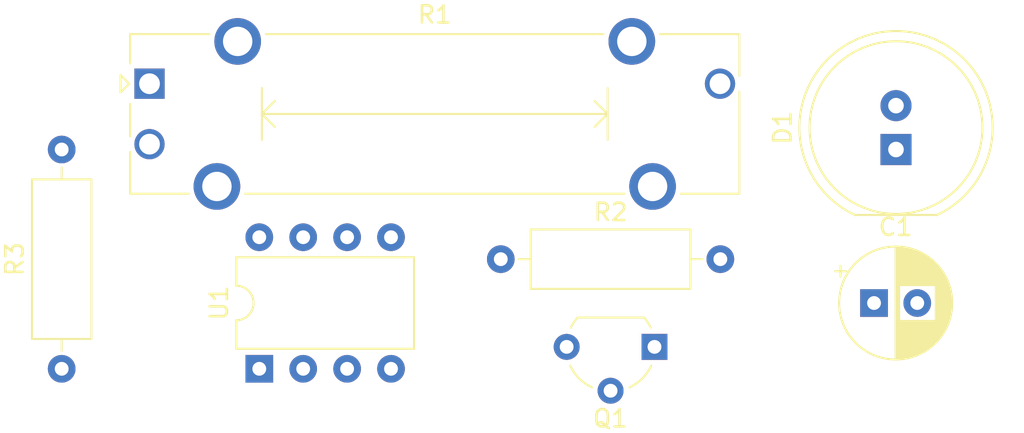
<source format=kicad_pcb>
(kicad_pcb (version 20171130) (host pcbnew 5.1.10)

  (general
    (thickness 1.6)
    (drawings 0)
    (tracks 0)
    (zones 0)
    (modules 7)
    (nets 11)
  )

  (page A4)
  (layers
    (0 F.Cu signal)
    (31 B.Cu signal)
    (32 B.Adhes user)
    (33 F.Adhes user)
    (34 B.Paste user)
    (35 F.Paste user)
    (36 B.SilkS user)
    (37 F.SilkS user)
    (38 B.Mask user)
    (39 F.Mask user)
    (40 Dwgs.User user)
    (41 Cmts.User user)
    (42 Eco1.User user)
    (43 Eco2.User user)
    (44 Edge.Cuts user)
    (45 Margin user)
    (46 B.CrtYd user)
    (47 F.CrtYd user)
    (48 B.Fab user)
    (49 F.Fab user)
  )

  (setup
    (last_trace_width 0.25)
    (trace_clearance 0.2)
    (zone_clearance 0.508)
    (zone_45_only no)
    (trace_min 0.2)
    (via_size 0.8)
    (via_drill 0.4)
    (via_min_size 0.4)
    (via_min_drill 0.3)
    (uvia_size 0.3)
    (uvia_drill 0.1)
    (uvias_allowed no)
    (uvia_min_size 0.2)
    (uvia_min_drill 0.1)
    (edge_width 0.05)
    (segment_width 0.2)
    (pcb_text_width 0.3)
    (pcb_text_size 1.5 1.5)
    (mod_edge_width 0.12)
    (mod_text_size 1 1)
    (mod_text_width 0.15)
    (pad_size 1.524 1.524)
    (pad_drill 0.762)
    (pad_to_mask_clearance 0)
    (aux_axis_origin 0 0)
    (visible_elements FFFFFF7F)
    (pcbplotparams
      (layerselection 0x010fc_ffffffff)
      (usegerberextensions false)
      (usegerberattributes true)
      (usegerberadvancedattributes true)
      (creategerberjobfile true)
      (excludeedgelayer true)
      (linewidth 0.100000)
      (plotframeref false)
      (viasonmask false)
      (mode 1)
      (useauxorigin false)
      (hpglpennumber 1)
      (hpglpenspeed 20)
      (hpglpendiameter 15.000000)
      (psnegative false)
      (psa4output false)
      (plotreference true)
      (plotvalue true)
      (plotinvisibletext false)
      (padsonsilk false)
      (subtractmaskfromsilk false)
      (outputformat 1)
      (mirror false)
      (drillshape 1)
      (scaleselection 1)
      (outputdirectory ""))
  )

  (net 0 "")
  (net 1 GND)
  (net 2 "Net-(C1-Pad1)")
  (net 3 "Net-(D1-Pad2)")
  (net 4 "Net-(Q1-Pad3)")
  (net 5 +5V)
  (net 6 "Net-(R1-Pad2)")
  (net 7 "Net-(R1-Pad1)")
  (net 8 "Net-(U1-Pad7)")
  (net 9 "Net-(U1-Pad5)")
  (net 10 "Net-(R1-Pad3)")

  (net_class Default "This is the default net class."
    (clearance 0.2)
    (trace_width 0.25)
    (via_dia 0.8)
    (via_drill 0.4)
    (uvia_dia 0.3)
    (uvia_drill 0.1)
    (add_net +5V)
    (add_net GND)
    (add_net "Net-(C1-Pad1)")
    (add_net "Net-(D1-Pad2)")
    (add_net "Net-(Q1-Pad3)")
    (add_net "Net-(R1-Pad1)")
    (add_net "Net-(R1-Pad2)")
    (add_net "Net-(R1-Pad3)")
    (add_net "Net-(U1-Pad5)")
    (add_net "Net-(U1-Pad7)")
  )

  (module Potentiometer_THT:Potentiometer_Bourns_PTA2043_Single_Slide (layer F.Cu) (tedit 5B92F08E) (tstamp 613CAB73)
    (at 73.66 69.85)
    (descr "Bourns single-gang slide potentiometer, 20.0mm travel, https://www.bourns.com/docs/Product-Datasheets/pta.pdf")
    (tags "Bourns single-gang slide potentiometer 20.0mm")
    (path /61405DDB)
    (fp_text reference R1 (at 16.5 -4) (layer F.SilkS)
      (effects (font (size 1 1) (thickness 0.15)))
    )
    (fp_text value R_POT_US (at 16.5 7.5) (layer F.Fab)
      (effects (font (size 1 1) (thickness 0.15)))
    )
    (fp_line (start 34.5 -3.25) (end -1.5 -3.25) (layer F.CrtYd) (width 0.05))
    (fp_line (start 34.5 6.75) (end 34.5 -3.25) (layer F.CrtYd) (width 0.05))
    (fp_line (start -1.5 6.75) (end 34.5 6.75) (layer F.CrtYd) (width 0.05))
    (fp_line (start -1.5 -3.25) (end -1.5 6.75) (layer F.CrtYd) (width 0.05))
    (fp_line (start 26.5 1.75) (end 25.75 2.5) (layer F.SilkS) (width 0.12))
    (fp_line (start 25.75 1) (end 26.5 1.75) (layer F.SilkS) (width 0.12))
    (fp_line (start 26.5 0.25) (end 26.5 3.25) (layer F.SilkS) (width 0.12))
    (fp_line (start 6.5 1.75) (end 7.25 2.5) (layer F.SilkS) (width 0.12))
    (fp_line (start 7.25 1) (end 6.5 1.75) (layer F.SilkS) (width 0.12))
    (fp_line (start 6.5 0.25) (end 6.5 3.25) (layer F.SilkS) (width 0.12))
    (fp_line (start 6.5 1.75) (end 26.5 1.75) (layer F.SilkS) (width 0.12))
    (fp_line (start -1.675 0.5) (end -1.175 0) (layer F.SilkS) (width 0.12))
    (fp_line (start -1.675 -0.5) (end -1.675 0.5) (layer F.SilkS) (width 0.12))
    (fp_line (start -1.175 0) (end -1.675 -0.5) (layer F.SilkS) (width 0.12))
    (fp_line (start 34.12 0.456) (end 34.12 6.37) (layer F.SilkS) (width 0.12))
    (fp_line (start 34.12 -2.87) (end 34.12 -0.456) (layer F.SilkS) (width 0.12))
    (fp_line (start -1.12 3.956) (end -1.12 6.37) (layer F.SilkS) (width 0.12))
    (fp_line (start -1.12 1.175) (end -1.12 3.045) (layer F.SilkS) (width 0.12))
    (fp_line (start -1.12 -2.87) (end -1.12 -1.175) (layer F.SilkS) (width 0.12))
    (fp_line (start 30.736 6.37) (end 34.12 6.37) (layer F.SilkS) (width 0.12))
    (fp_line (start 5.536 6.37) (end 27.465 6.37) (layer F.SilkS) (width 0.12))
    (fp_line (start -1.12 6.37) (end 2.265 6.37) (layer F.SilkS) (width 0.12))
    (fp_line (start 29.536 -2.87) (end 34.12 -2.87) (layer F.SilkS) (width 0.12))
    (fp_line (start 6.736 -2.87) (end 26.265 -2.87) (layer F.SilkS) (width 0.12))
    (fp_line (start -1.12 -2.87) (end 3.465 -2.87) (layer F.SilkS) (width 0.12))
    (fp_line (start -1 -1.75) (end 0 -2.75) (layer F.Fab) (width 0.1))
    (fp_line (start -1 6.25) (end -1 -1.75) (layer F.Fab) (width 0.1))
    (fp_line (start 34 6.25) (end -1 6.25) (layer F.Fab) (width 0.1))
    (fp_line (start 34 -2.75) (end 34 6.25) (layer F.Fab) (width 0.1))
    (fp_line (start 0 -2.75) (end 34 -2.75) (layer F.Fab) (width 0.1))
    (fp_circle (center 32 1.75) (end 33 1.75) (layer F.Fab) (width 0.1))
    (fp_circle (center 1 1.75) (end 2 1.75) (layer F.Fab) (width 0.1))
    (fp_text user %R (at 16.5 1.75) (layer F.Fab)
      (effects (font (size 1 1) (thickness 0.15)))
    )
    (pad MP thru_hole circle (at 29.1 5.95) (size 2.7 2.7) (drill 1.7) (layers *.Cu *.Mask))
    (pad MP thru_hole circle (at 3.9 5.95) (size 2.7 2.7) (drill 1.7) (layers *.Cu *.Mask))
    (pad MP thru_hole circle (at 27.9 -2.45) (size 2.7 2.7) (drill 1.7) (layers *.Cu *.Mask))
    (pad MP thru_hole circle (at 5.1 -2.45) (size 2.7 2.7) (drill 1.7) (layers *.Cu *.Mask))
    (pad 3 thru_hole circle (at 33 0) (size 1.75 1.75) (drill 1.2) (layers *.Cu *.Mask)
      (net 10 "Net-(R1-Pad3)"))
    (pad 2 thru_hole circle (at 0 3.5) (size 1.75 1.75) (drill 1.2) (layers *.Cu *.Mask)
      (net 6 "Net-(R1-Pad2)"))
    (pad 1 thru_hole rect (at 0 0) (size 1.75 1.75) (drill 1.2) (layers *.Cu *.Mask)
      (net 7 "Net-(R1-Pad1)"))
    (model ${KISYS3DMOD}/Potentiometer_THT.3dshapes/Potentiometer_Bourns_PTA2043_Single_Slide.wrl
      (at (xyz 0 0 0))
      (scale (xyz 1 1 1))
      (rotate (xyz 0 0 0))
    )
  )

  (module Package_DIP:DIP-8_W7.62mm (layer F.Cu) (tedit 5A02E8C5) (tstamp 613CA04D)
    (at 80.01 86.36 90)
    (descr "8-lead though-hole mounted DIP package, row spacing 7.62 mm (300 mils)")
    (tags "THT DIP DIL PDIP 2.54mm 7.62mm 300mil")
    (path /613BE1A0)
    (fp_text reference U1 (at 3.81 -2.33 90) (layer F.SilkS)
      (effects (font (size 1 1) (thickness 0.15)))
    )
    (fp_text value LMC555xN (at 3.81 9.95 90) (layer F.Fab)
      (effects (font (size 1 1) (thickness 0.15)))
    )
    (fp_line (start 8.7 -1.55) (end -1.1 -1.55) (layer F.CrtYd) (width 0.05))
    (fp_line (start 8.7 9.15) (end 8.7 -1.55) (layer F.CrtYd) (width 0.05))
    (fp_line (start -1.1 9.15) (end 8.7 9.15) (layer F.CrtYd) (width 0.05))
    (fp_line (start -1.1 -1.55) (end -1.1 9.15) (layer F.CrtYd) (width 0.05))
    (fp_line (start 6.46 -1.33) (end 4.81 -1.33) (layer F.SilkS) (width 0.12))
    (fp_line (start 6.46 8.95) (end 6.46 -1.33) (layer F.SilkS) (width 0.12))
    (fp_line (start 1.16 8.95) (end 6.46 8.95) (layer F.SilkS) (width 0.12))
    (fp_line (start 1.16 -1.33) (end 1.16 8.95) (layer F.SilkS) (width 0.12))
    (fp_line (start 2.81 -1.33) (end 1.16 -1.33) (layer F.SilkS) (width 0.12))
    (fp_line (start 0.635 -0.27) (end 1.635 -1.27) (layer F.Fab) (width 0.1))
    (fp_line (start 0.635 8.89) (end 0.635 -0.27) (layer F.Fab) (width 0.1))
    (fp_line (start 6.985 8.89) (end 0.635 8.89) (layer F.Fab) (width 0.1))
    (fp_line (start 6.985 -1.27) (end 6.985 8.89) (layer F.Fab) (width 0.1))
    (fp_line (start 1.635 -1.27) (end 6.985 -1.27) (layer F.Fab) (width 0.1))
    (fp_text user %R (at 3.81 3.81 90) (layer F.Fab)
      (effects (font (size 1 1) (thickness 0.15)))
    )
    (fp_arc (start 3.81 -1.33) (end 2.81 -1.33) (angle -180) (layer F.SilkS) (width 0.12))
    (pad 8 thru_hole oval (at 7.62 0 90) (size 1.6 1.6) (drill 0.8) (layers *.Cu *.Mask)
      (net 5 +5V))
    (pad 4 thru_hole oval (at 0 7.62 90) (size 1.6 1.6) (drill 0.8) (layers *.Cu *.Mask)
      (net 5 +5V))
    (pad 7 thru_hole oval (at 7.62 2.54 90) (size 1.6 1.6) (drill 0.8) (layers *.Cu *.Mask)
      (net 8 "Net-(U1-Pad7)"))
    (pad 3 thru_hole oval (at 0 5.08 90) (size 1.6 1.6) (drill 0.8) (layers *.Cu *.Mask)
      (net 7 "Net-(R1-Pad1)"))
    (pad 6 thru_hole oval (at 7.62 5.08 90) (size 1.6 1.6) (drill 0.8) (layers *.Cu *.Mask)
      (net 2 "Net-(C1-Pad1)"))
    (pad 2 thru_hole oval (at 0 2.54 90) (size 1.6 1.6) (drill 0.8) (layers *.Cu *.Mask)
      (net 2 "Net-(C1-Pad1)"))
    (pad 5 thru_hole oval (at 7.62 7.62 90) (size 1.6 1.6) (drill 0.8) (layers *.Cu *.Mask)
      (net 9 "Net-(U1-Pad5)"))
    (pad 1 thru_hole rect (at 0 0 90) (size 1.6 1.6) (drill 0.8) (layers *.Cu *.Mask)
      (net 1 GND))
    (model ${KISYS3DMOD}/Package_DIP.3dshapes/DIP-8_W7.62mm.wrl
      (at (xyz 0 0 0))
      (scale (xyz 1 1 1))
      (rotate (xyz 0 0 0))
    )
  )

  (module Resistor_THT:R_Axial_DIN0309_L9.0mm_D3.2mm_P12.70mm_Horizontal (layer F.Cu) (tedit 5AE5139B) (tstamp 613CA031)
    (at 68.58 86.36 90)
    (descr "Resistor, Axial_DIN0309 series, Axial, Horizontal, pin pitch=12.7mm, 0.5W = 1/2W, length*diameter=9*3.2mm^2, http://cdn-reichelt.de/documents/datenblatt/B400/1_4W%23YAG.pdf")
    (tags "Resistor Axial_DIN0309 series Axial Horizontal pin pitch 12.7mm 0.5W = 1/2W length 9mm diameter 3.2mm")
    (path /613FF651)
    (fp_text reference R3 (at 6.35 -2.72 90) (layer F.SilkS)
      (effects (font (size 1 1) (thickness 0.15)))
    )
    (fp_text value R_US (at 6.35 2.72 90) (layer F.Fab)
      (effects (font (size 1 1) (thickness 0.15)))
    )
    (fp_line (start 13.75 -1.85) (end -1.05 -1.85) (layer F.CrtYd) (width 0.05))
    (fp_line (start 13.75 1.85) (end 13.75 -1.85) (layer F.CrtYd) (width 0.05))
    (fp_line (start -1.05 1.85) (end 13.75 1.85) (layer F.CrtYd) (width 0.05))
    (fp_line (start -1.05 -1.85) (end -1.05 1.85) (layer F.CrtYd) (width 0.05))
    (fp_line (start 11.66 0) (end 10.97 0) (layer F.SilkS) (width 0.12))
    (fp_line (start 1.04 0) (end 1.73 0) (layer F.SilkS) (width 0.12))
    (fp_line (start 10.97 -1.72) (end 1.73 -1.72) (layer F.SilkS) (width 0.12))
    (fp_line (start 10.97 1.72) (end 10.97 -1.72) (layer F.SilkS) (width 0.12))
    (fp_line (start 1.73 1.72) (end 10.97 1.72) (layer F.SilkS) (width 0.12))
    (fp_line (start 1.73 -1.72) (end 1.73 1.72) (layer F.SilkS) (width 0.12))
    (fp_line (start 12.7 0) (end 10.85 0) (layer F.Fab) (width 0.1))
    (fp_line (start 0 0) (end 1.85 0) (layer F.Fab) (width 0.1))
    (fp_line (start 10.85 -1.6) (end 1.85 -1.6) (layer F.Fab) (width 0.1))
    (fp_line (start 10.85 1.6) (end 10.85 -1.6) (layer F.Fab) (width 0.1))
    (fp_line (start 1.85 1.6) (end 10.85 1.6) (layer F.Fab) (width 0.1))
    (fp_line (start 1.85 -1.6) (end 1.85 1.6) (layer F.Fab) (width 0.1))
    (fp_text user %R (at 6.35 0 90) (layer F.Fab)
      (effects (font (size 1 1) (thickness 0.15)))
    )
    (pad 2 thru_hole oval (at 12.7 0 90) (size 1.6 1.6) (drill 0.8) (layers *.Cu *.Mask)
      (net 6 "Net-(R1-Pad2)"))
    (pad 1 thru_hole circle (at 0 0 90) (size 1.6 1.6) (drill 0.8) (layers *.Cu *.Mask)
      (net 2 "Net-(C1-Pad1)"))
    (model ${KISYS3DMOD}/Resistor_THT.3dshapes/R_Axial_DIN0309_L9.0mm_D3.2mm_P12.70mm_Horizontal.wrl
      (at (xyz 0 0 0))
      (scale (xyz 1 1 1))
      (rotate (xyz 0 0 0))
    )
  )

  (module Resistor_THT:R_Axial_DIN0309_L9.0mm_D3.2mm_P12.70mm_Horizontal (layer F.Cu) (tedit 5AE5139B) (tstamp 613CA01A)
    (at 93.98 80.01)
    (descr "Resistor, Axial_DIN0309 series, Axial, Horizontal, pin pitch=12.7mm, 0.5W = 1/2W, length*diameter=9*3.2mm^2, http://cdn-reichelt.de/documents/datenblatt/B400/1_4W%23YAG.pdf")
    (tags "Resistor Axial_DIN0309 series Axial Horizontal pin pitch 12.7mm 0.5W = 1/2W length 9mm diameter 3.2mm")
    (path /613E6A65)
    (fp_text reference R2 (at 6.35 -2.72) (layer F.SilkS)
      (effects (font (size 1 1) (thickness 0.15)))
    )
    (fp_text value R_US (at 6.35 2.72) (layer F.Fab)
      (effects (font (size 1 1) (thickness 0.15)))
    )
    (fp_line (start 13.75 -1.85) (end -1.05 -1.85) (layer F.CrtYd) (width 0.05))
    (fp_line (start 13.75 1.85) (end 13.75 -1.85) (layer F.CrtYd) (width 0.05))
    (fp_line (start -1.05 1.85) (end 13.75 1.85) (layer F.CrtYd) (width 0.05))
    (fp_line (start -1.05 -1.85) (end -1.05 1.85) (layer F.CrtYd) (width 0.05))
    (fp_line (start 11.66 0) (end 10.97 0) (layer F.SilkS) (width 0.12))
    (fp_line (start 1.04 0) (end 1.73 0) (layer F.SilkS) (width 0.12))
    (fp_line (start 10.97 -1.72) (end 1.73 -1.72) (layer F.SilkS) (width 0.12))
    (fp_line (start 10.97 1.72) (end 10.97 -1.72) (layer F.SilkS) (width 0.12))
    (fp_line (start 1.73 1.72) (end 10.97 1.72) (layer F.SilkS) (width 0.12))
    (fp_line (start 1.73 -1.72) (end 1.73 1.72) (layer F.SilkS) (width 0.12))
    (fp_line (start 12.7 0) (end 10.85 0) (layer F.Fab) (width 0.1))
    (fp_line (start 0 0) (end 1.85 0) (layer F.Fab) (width 0.1))
    (fp_line (start 10.85 -1.6) (end 1.85 -1.6) (layer F.Fab) (width 0.1))
    (fp_line (start 10.85 1.6) (end 10.85 -1.6) (layer F.Fab) (width 0.1))
    (fp_line (start 1.85 1.6) (end 10.85 1.6) (layer F.Fab) (width 0.1))
    (fp_line (start 1.85 -1.6) (end 1.85 1.6) (layer F.Fab) (width 0.1))
    (fp_text user %R (at 6.35 0) (layer F.Fab)
      (effects (font (size 1 1) (thickness 0.15)))
    )
    (pad 2 thru_hole oval (at 12.7 0) (size 1.6 1.6) (drill 0.8) (layers *.Cu *.Mask)
      (net 3 "Net-(D1-Pad2)"))
    (pad 1 thru_hole circle (at 0 0) (size 1.6 1.6) (drill 0.8) (layers *.Cu *.Mask)
      (net 4 "Net-(Q1-Pad3)"))
    (model ${KISYS3DMOD}/Resistor_THT.3dshapes/R_Axial_DIN0309_L9.0mm_D3.2mm_P12.70mm_Horizontal.wrl
      (at (xyz 0 0 0))
      (scale (xyz 1 1 1))
      (rotate (xyz 0 0 0))
    )
  )

  (module Package_TO_SOT_THT:TO-92L_Wide (layer F.Cu) (tedit 5A152D5B) (tstamp 613C9FD7)
    (at 102.87 85.09 180)
    (descr "TO-92L leads in-line (large body variant of TO-92), also known as TO-226, wide, drill 0.75mm (see https://www.diodes.com/assets/Package-Files/TO92L.pdf and http://www.ti.com/lit/an/snoa059/snoa059.pdf)")
    (tags "TO-92L Molded Wide transistor")
    (path /613DCEB1)
    (fp_text reference Q1 (at 2.55 -4.15) (layer F.SilkS)
      (effects (font (size 1 1) (thickness 0.15)))
    )
    (fp_text value Q_NPN_BCE (at 2.54 2.79) (layer F.Fab)
      (effects (font (size 1 1) (thickness 0.15)))
    )
    (fp_line (start 0.65 1.6) (end 4.4 1.6) (layer F.Fab) (width 0.1))
    (fp_line (start 0.6 1.7) (end 4.45 1.7) (layer F.SilkS) (width 0.12))
    (fp_line (start -1 1.85) (end 6.1 1.85) (layer B.CrtYd) (width 0.05))
    (fp_line (start 6.1 1.85) (end 6.1 -3.55) (layer B.CrtYd) (width 0.05))
    (fp_line (start 6.1 -3.55) (end -1 -3.55) (layer B.CrtYd) (width 0.05))
    (fp_line (start -1 -3.55) (end -1 1.85) (layer B.CrtYd) (width 0.05))
    (fp_arc (start 2.54 0) (end 4.45 1.7) (angle -15.88591585) (layer F.SilkS) (width 0.12))
    (fp_arc (start 2.54 0) (end 2.54 -2.48) (angle -130.2499344) (layer F.Fab) (width 0.1))
    (fp_arc (start 2.54 0) (end 2.54 -2.48) (angle 129.9527847) (layer F.Fab) (width 0.1))
    (fp_arc (start 2.54 0) (end 3.6 -2.35) (angle 40.72153779) (layer F.SilkS) (width 0.12))
    (fp_arc (start 2.54 0) (end 1.45 -2.35) (angle -40.11670855) (layer F.SilkS) (width 0.12))
    (fp_arc (start 2.54 0) (end 0.6 1.7) (angle 15.44288892) (layer F.SilkS) (width 0.12))
    (fp_text user %R (at 2.54 0) (layer F.Fab)
      (effects (font (size 1 1) (thickness 0.15)))
    )
    (pad 1 thru_hole rect (at 0 0 180) (size 1.5 1.5) (drill 0.8) (layers *.Cu *.Mask)
      (net 2 "Net-(C1-Pad1)"))
    (pad 3 thru_hole circle (at 5.08 0 180) (size 1.5 1.5) (drill 0.8) (layers *.Cu *.Mask)
      (net 4 "Net-(Q1-Pad3)"))
    (pad 2 thru_hole circle (at 2.54 -2.54 180) (size 1.5 1.5) (drill 0.8) (layers *.Cu *.Mask)
      (net 5 +5V))
    (model ${KISYS3DMOD}/Package_TO_SOT_THT.3dshapes/TO-92L_Wide.wrl
      (at (xyz 0 0 0))
      (scale (xyz 1 1 1))
      (rotate (xyz 0 0 0))
    )
  )

  (module LED_THT:LED_D10.0mm (layer F.Cu) (tedit 587A3A7B) (tstamp 613C9FC3)
    (at 116.84 73.66 90)
    (descr "LED, diameter 10.0mm, 2 pins, http://cdn-reichelt.de/documents/datenblatt/A500/LED10-4500RT%23KIN.pdf")
    (tags "LED diameter 10.0mm 2 pins")
    (path /613E8583)
    (fp_text reference D1 (at 1.27 -6.56 90) (layer F.SilkS)
      (effects (font (size 1 1) (thickness 0.15)))
    )
    (fp_text value LED (at 1.27 6.56 90) (layer F.Fab)
      (effects (font (size 1 1) (thickness 0.15)))
    )
    (fp_line (start 7.1 -5.85) (end -4.55 -5.85) (layer F.CrtYd) (width 0.05))
    (fp_line (start 7.1 5.85) (end 7.1 -5.85) (layer F.CrtYd) (width 0.05))
    (fp_line (start -4.55 5.85) (end 7.1 5.85) (layer F.CrtYd) (width 0.05))
    (fp_line (start -4.55 -5.85) (end -4.55 5.85) (layer F.CrtYd) (width 0.05))
    (fp_line (start -3.79 -2.376) (end -3.79 2.376) (layer F.SilkS) (width 0.12))
    (fp_line (start -3.73 -2.291288) (end -3.73 2.291288) (layer F.Fab) (width 0.1))
    (fp_circle (center 1.27 0) (end 6.27 0) (layer F.SilkS) (width 0.12))
    (fp_circle (center 1.27 0) (end 6.27 0) (layer F.Fab) (width 0.1))
    (fp_arc (start 1.27 0) (end -3.79 2.375816) (angle -154.8) (layer F.SilkS) (width 0.12))
    (fp_arc (start 1.27 0) (end -3.79 -2.375816) (angle 154.8) (layer F.SilkS) (width 0.12))
    (fp_arc (start 1.27 0) (end -3.73 -2.291288) (angle 310.8) (layer F.Fab) (width 0.1))
    (pad 2 thru_hole circle (at 2.54 0 90) (size 1.8 1.8) (drill 0.9) (layers *.Cu *.Mask)
      (net 3 "Net-(D1-Pad2)"))
    (pad 1 thru_hole rect (at 0 0 90) (size 1.8 1.8) (drill 0.9) (layers *.Cu *.Mask)
      (net 1 GND))
    (model ${KISYS3DMOD}/LED_THT.3dshapes/LED_D10.0mm.wrl
      (at (xyz 0 0 0))
      (scale (xyz 1 1 1))
      (rotate (xyz 0 0 0))
    )
  )

  (module Capacitor_THT:CP_Radial_D6.3mm_P2.50mm (layer F.Cu) (tedit 5AE50EF0) (tstamp 613C9FB2)
    (at 115.57 82.55)
    (descr "CP, Radial series, Radial, pin pitch=2.50mm, , diameter=6.3mm, Electrolytic Capacitor")
    (tags "CP Radial series Radial pin pitch 2.50mm  diameter 6.3mm Electrolytic Capacitor")
    (path /613D5D5E)
    (fp_text reference C1 (at 1.25 -4.4) (layer F.SilkS)
      (effects (font (size 1 1) (thickness 0.15)))
    )
    (fp_text value CP1 (at 1.25 4.4) (layer F.Fab)
      (effects (font (size 1 1) (thickness 0.15)))
    )
    (fp_line (start -1.935241 -2.154) (end -1.935241 -1.524) (layer F.SilkS) (width 0.12))
    (fp_line (start -2.250241 -1.839) (end -1.620241 -1.839) (layer F.SilkS) (width 0.12))
    (fp_line (start 4.491 -0.402) (end 4.491 0.402) (layer F.SilkS) (width 0.12))
    (fp_line (start 4.451 -0.633) (end 4.451 0.633) (layer F.SilkS) (width 0.12))
    (fp_line (start 4.411 -0.802) (end 4.411 0.802) (layer F.SilkS) (width 0.12))
    (fp_line (start 4.371 -0.94) (end 4.371 0.94) (layer F.SilkS) (width 0.12))
    (fp_line (start 4.331 -1.059) (end 4.331 1.059) (layer F.SilkS) (width 0.12))
    (fp_line (start 4.291 -1.165) (end 4.291 1.165) (layer F.SilkS) (width 0.12))
    (fp_line (start 4.251 -1.262) (end 4.251 1.262) (layer F.SilkS) (width 0.12))
    (fp_line (start 4.211 -1.35) (end 4.211 1.35) (layer F.SilkS) (width 0.12))
    (fp_line (start 4.171 -1.432) (end 4.171 1.432) (layer F.SilkS) (width 0.12))
    (fp_line (start 4.131 -1.509) (end 4.131 1.509) (layer F.SilkS) (width 0.12))
    (fp_line (start 4.091 -1.581) (end 4.091 1.581) (layer F.SilkS) (width 0.12))
    (fp_line (start 4.051 -1.65) (end 4.051 1.65) (layer F.SilkS) (width 0.12))
    (fp_line (start 4.011 -1.714) (end 4.011 1.714) (layer F.SilkS) (width 0.12))
    (fp_line (start 3.971 -1.776) (end 3.971 1.776) (layer F.SilkS) (width 0.12))
    (fp_line (start 3.931 -1.834) (end 3.931 1.834) (layer F.SilkS) (width 0.12))
    (fp_line (start 3.891 -1.89) (end 3.891 1.89) (layer F.SilkS) (width 0.12))
    (fp_line (start 3.851 -1.944) (end 3.851 1.944) (layer F.SilkS) (width 0.12))
    (fp_line (start 3.811 -1.995) (end 3.811 1.995) (layer F.SilkS) (width 0.12))
    (fp_line (start 3.771 -2.044) (end 3.771 2.044) (layer F.SilkS) (width 0.12))
    (fp_line (start 3.731 -2.092) (end 3.731 2.092) (layer F.SilkS) (width 0.12))
    (fp_line (start 3.691 -2.137) (end 3.691 2.137) (layer F.SilkS) (width 0.12))
    (fp_line (start 3.651 -2.182) (end 3.651 2.182) (layer F.SilkS) (width 0.12))
    (fp_line (start 3.611 -2.224) (end 3.611 2.224) (layer F.SilkS) (width 0.12))
    (fp_line (start 3.571 -2.265) (end 3.571 2.265) (layer F.SilkS) (width 0.12))
    (fp_line (start 3.531 1.04) (end 3.531 2.305) (layer F.SilkS) (width 0.12))
    (fp_line (start 3.531 -2.305) (end 3.531 -1.04) (layer F.SilkS) (width 0.12))
    (fp_line (start 3.491 1.04) (end 3.491 2.343) (layer F.SilkS) (width 0.12))
    (fp_line (start 3.491 -2.343) (end 3.491 -1.04) (layer F.SilkS) (width 0.12))
    (fp_line (start 3.451 1.04) (end 3.451 2.38) (layer F.SilkS) (width 0.12))
    (fp_line (start 3.451 -2.38) (end 3.451 -1.04) (layer F.SilkS) (width 0.12))
    (fp_line (start 3.411 1.04) (end 3.411 2.416) (layer F.SilkS) (width 0.12))
    (fp_line (start 3.411 -2.416) (end 3.411 -1.04) (layer F.SilkS) (width 0.12))
    (fp_line (start 3.371 1.04) (end 3.371 2.45) (layer F.SilkS) (width 0.12))
    (fp_line (start 3.371 -2.45) (end 3.371 -1.04) (layer F.SilkS) (width 0.12))
    (fp_line (start 3.331 1.04) (end 3.331 2.484) (layer F.SilkS) (width 0.12))
    (fp_line (start 3.331 -2.484) (end 3.331 -1.04) (layer F.SilkS) (width 0.12))
    (fp_line (start 3.291 1.04) (end 3.291 2.516) (layer F.SilkS) (width 0.12))
    (fp_line (start 3.291 -2.516) (end 3.291 -1.04) (layer F.SilkS) (width 0.12))
    (fp_line (start 3.251 1.04) (end 3.251 2.548) (layer F.SilkS) (width 0.12))
    (fp_line (start 3.251 -2.548) (end 3.251 -1.04) (layer F.SilkS) (width 0.12))
    (fp_line (start 3.211 1.04) (end 3.211 2.578) (layer F.SilkS) (width 0.12))
    (fp_line (start 3.211 -2.578) (end 3.211 -1.04) (layer F.SilkS) (width 0.12))
    (fp_line (start 3.171 1.04) (end 3.171 2.607) (layer F.SilkS) (width 0.12))
    (fp_line (start 3.171 -2.607) (end 3.171 -1.04) (layer F.SilkS) (width 0.12))
    (fp_line (start 3.131 1.04) (end 3.131 2.636) (layer F.SilkS) (width 0.12))
    (fp_line (start 3.131 -2.636) (end 3.131 -1.04) (layer F.SilkS) (width 0.12))
    (fp_line (start 3.091 1.04) (end 3.091 2.664) (layer F.SilkS) (width 0.12))
    (fp_line (start 3.091 -2.664) (end 3.091 -1.04) (layer F.SilkS) (width 0.12))
    (fp_line (start 3.051 1.04) (end 3.051 2.69) (layer F.SilkS) (width 0.12))
    (fp_line (start 3.051 -2.69) (end 3.051 -1.04) (layer F.SilkS) (width 0.12))
    (fp_line (start 3.011 1.04) (end 3.011 2.716) (layer F.SilkS) (width 0.12))
    (fp_line (start 3.011 -2.716) (end 3.011 -1.04) (layer F.SilkS) (width 0.12))
    (fp_line (start 2.971 1.04) (end 2.971 2.742) (layer F.SilkS) (width 0.12))
    (fp_line (start 2.971 -2.742) (end 2.971 -1.04) (layer F.SilkS) (width 0.12))
    (fp_line (start 2.931 1.04) (end 2.931 2.766) (layer F.SilkS) (width 0.12))
    (fp_line (start 2.931 -2.766) (end 2.931 -1.04) (layer F.SilkS) (width 0.12))
    (fp_line (start 2.891 1.04) (end 2.891 2.79) (layer F.SilkS) (width 0.12))
    (fp_line (start 2.891 -2.79) (end 2.891 -1.04) (layer F.SilkS) (width 0.12))
    (fp_line (start 2.851 1.04) (end 2.851 2.812) (layer F.SilkS) (width 0.12))
    (fp_line (start 2.851 -2.812) (end 2.851 -1.04) (layer F.SilkS) (width 0.12))
    (fp_line (start 2.811 1.04) (end 2.811 2.834) (layer F.SilkS) (width 0.12))
    (fp_line (start 2.811 -2.834) (end 2.811 -1.04) (layer F.SilkS) (width 0.12))
    (fp_line (start 2.771 1.04) (end 2.771 2.856) (layer F.SilkS) (width 0.12))
    (fp_line (start 2.771 -2.856) (end 2.771 -1.04) (layer F.SilkS) (width 0.12))
    (fp_line (start 2.731 1.04) (end 2.731 2.876) (layer F.SilkS) (width 0.12))
    (fp_line (start 2.731 -2.876) (end 2.731 -1.04) (layer F.SilkS) (width 0.12))
    (fp_line (start 2.691 1.04) (end 2.691 2.896) (layer F.SilkS) (width 0.12))
    (fp_line (start 2.691 -2.896) (end 2.691 -1.04) (layer F.SilkS) (width 0.12))
    (fp_line (start 2.651 1.04) (end 2.651 2.916) (layer F.SilkS) (width 0.12))
    (fp_line (start 2.651 -2.916) (end 2.651 -1.04) (layer F.SilkS) (width 0.12))
    (fp_line (start 2.611 1.04) (end 2.611 2.934) (layer F.SilkS) (width 0.12))
    (fp_line (start 2.611 -2.934) (end 2.611 -1.04) (layer F.SilkS) (width 0.12))
    (fp_line (start 2.571 1.04) (end 2.571 2.952) (layer F.SilkS) (width 0.12))
    (fp_line (start 2.571 -2.952) (end 2.571 -1.04) (layer F.SilkS) (width 0.12))
    (fp_line (start 2.531 1.04) (end 2.531 2.97) (layer F.SilkS) (width 0.12))
    (fp_line (start 2.531 -2.97) (end 2.531 -1.04) (layer F.SilkS) (width 0.12))
    (fp_line (start 2.491 1.04) (end 2.491 2.986) (layer F.SilkS) (width 0.12))
    (fp_line (start 2.491 -2.986) (end 2.491 -1.04) (layer F.SilkS) (width 0.12))
    (fp_line (start 2.451 1.04) (end 2.451 3.002) (layer F.SilkS) (width 0.12))
    (fp_line (start 2.451 -3.002) (end 2.451 -1.04) (layer F.SilkS) (width 0.12))
    (fp_line (start 2.411 1.04) (end 2.411 3.018) (layer F.SilkS) (width 0.12))
    (fp_line (start 2.411 -3.018) (end 2.411 -1.04) (layer F.SilkS) (width 0.12))
    (fp_line (start 2.371 1.04) (end 2.371 3.033) (layer F.SilkS) (width 0.12))
    (fp_line (start 2.371 -3.033) (end 2.371 -1.04) (layer F.SilkS) (width 0.12))
    (fp_line (start 2.331 1.04) (end 2.331 3.047) (layer F.SilkS) (width 0.12))
    (fp_line (start 2.331 -3.047) (end 2.331 -1.04) (layer F.SilkS) (width 0.12))
    (fp_line (start 2.291 1.04) (end 2.291 3.061) (layer F.SilkS) (width 0.12))
    (fp_line (start 2.291 -3.061) (end 2.291 -1.04) (layer F.SilkS) (width 0.12))
    (fp_line (start 2.251 1.04) (end 2.251 3.074) (layer F.SilkS) (width 0.12))
    (fp_line (start 2.251 -3.074) (end 2.251 -1.04) (layer F.SilkS) (width 0.12))
    (fp_line (start 2.211 1.04) (end 2.211 3.086) (layer F.SilkS) (width 0.12))
    (fp_line (start 2.211 -3.086) (end 2.211 -1.04) (layer F.SilkS) (width 0.12))
    (fp_line (start 2.171 1.04) (end 2.171 3.098) (layer F.SilkS) (width 0.12))
    (fp_line (start 2.171 -3.098) (end 2.171 -1.04) (layer F.SilkS) (width 0.12))
    (fp_line (start 2.131 1.04) (end 2.131 3.11) (layer F.SilkS) (width 0.12))
    (fp_line (start 2.131 -3.11) (end 2.131 -1.04) (layer F.SilkS) (width 0.12))
    (fp_line (start 2.091 1.04) (end 2.091 3.121) (layer F.SilkS) (width 0.12))
    (fp_line (start 2.091 -3.121) (end 2.091 -1.04) (layer F.SilkS) (width 0.12))
    (fp_line (start 2.051 1.04) (end 2.051 3.131) (layer F.SilkS) (width 0.12))
    (fp_line (start 2.051 -3.131) (end 2.051 -1.04) (layer F.SilkS) (width 0.12))
    (fp_line (start 2.011 1.04) (end 2.011 3.141) (layer F.SilkS) (width 0.12))
    (fp_line (start 2.011 -3.141) (end 2.011 -1.04) (layer F.SilkS) (width 0.12))
    (fp_line (start 1.971 1.04) (end 1.971 3.15) (layer F.SilkS) (width 0.12))
    (fp_line (start 1.971 -3.15) (end 1.971 -1.04) (layer F.SilkS) (width 0.12))
    (fp_line (start 1.93 1.04) (end 1.93 3.159) (layer F.SilkS) (width 0.12))
    (fp_line (start 1.93 -3.159) (end 1.93 -1.04) (layer F.SilkS) (width 0.12))
    (fp_line (start 1.89 1.04) (end 1.89 3.167) (layer F.SilkS) (width 0.12))
    (fp_line (start 1.89 -3.167) (end 1.89 -1.04) (layer F.SilkS) (width 0.12))
    (fp_line (start 1.85 1.04) (end 1.85 3.175) (layer F.SilkS) (width 0.12))
    (fp_line (start 1.85 -3.175) (end 1.85 -1.04) (layer F.SilkS) (width 0.12))
    (fp_line (start 1.81 1.04) (end 1.81 3.182) (layer F.SilkS) (width 0.12))
    (fp_line (start 1.81 -3.182) (end 1.81 -1.04) (layer F.SilkS) (width 0.12))
    (fp_line (start 1.77 1.04) (end 1.77 3.189) (layer F.SilkS) (width 0.12))
    (fp_line (start 1.77 -3.189) (end 1.77 -1.04) (layer F.SilkS) (width 0.12))
    (fp_line (start 1.73 1.04) (end 1.73 3.195) (layer F.SilkS) (width 0.12))
    (fp_line (start 1.73 -3.195) (end 1.73 -1.04) (layer F.SilkS) (width 0.12))
    (fp_line (start 1.69 1.04) (end 1.69 3.201) (layer F.SilkS) (width 0.12))
    (fp_line (start 1.69 -3.201) (end 1.69 -1.04) (layer F.SilkS) (width 0.12))
    (fp_line (start 1.65 1.04) (end 1.65 3.206) (layer F.SilkS) (width 0.12))
    (fp_line (start 1.65 -3.206) (end 1.65 -1.04) (layer F.SilkS) (width 0.12))
    (fp_line (start 1.61 1.04) (end 1.61 3.211) (layer F.SilkS) (width 0.12))
    (fp_line (start 1.61 -3.211) (end 1.61 -1.04) (layer F.SilkS) (width 0.12))
    (fp_line (start 1.57 1.04) (end 1.57 3.215) (layer F.SilkS) (width 0.12))
    (fp_line (start 1.57 -3.215) (end 1.57 -1.04) (layer F.SilkS) (width 0.12))
    (fp_line (start 1.53 1.04) (end 1.53 3.218) (layer F.SilkS) (width 0.12))
    (fp_line (start 1.53 -3.218) (end 1.53 -1.04) (layer F.SilkS) (width 0.12))
    (fp_line (start 1.49 1.04) (end 1.49 3.222) (layer F.SilkS) (width 0.12))
    (fp_line (start 1.49 -3.222) (end 1.49 -1.04) (layer F.SilkS) (width 0.12))
    (fp_line (start 1.45 -3.224) (end 1.45 3.224) (layer F.SilkS) (width 0.12))
    (fp_line (start 1.41 -3.227) (end 1.41 3.227) (layer F.SilkS) (width 0.12))
    (fp_line (start 1.37 -3.228) (end 1.37 3.228) (layer F.SilkS) (width 0.12))
    (fp_line (start 1.33 -3.23) (end 1.33 3.23) (layer F.SilkS) (width 0.12))
    (fp_line (start 1.29 -3.23) (end 1.29 3.23) (layer F.SilkS) (width 0.12))
    (fp_line (start 1.25 -3.23) (end 1.25 3.23) (layer F.SilkS) (width 0.12))
    (fp_line (start -1.128972 -1.6885) (end -1.128972 -1.0585) (layer F.Fab) (width 0.1))
    (fp_line (start -1.443972 -1.3735) (end -0.813972 -1.3735) (layer F.Fab) (width 0.1))
    (fp_circle (center 1.25 0) (end 4.65 0) (layer F.CrtYd) (width 0.05))
    (fp_circle (center 1.25 0) (end 4.52 0) (layer F.SilkS) (width 0.12))
    (fp_circle (center 1.25 0) (end 4.4 0) (layer F.Fab) (width 0.1))
    (fp_text user %R (at 1.25 0) (layer F.Fab)
      (effects (font (size 1 1) (thickness 0.15)))
    )
    (pad 2 thru_hole circle (at 2.5 0) (size 1.6 1.6) (drill 0.8) (layers *.Cu *.Mask)
      (net 1 GND))
    (pad 1 thru_hole rect (at 0 0) (size 1.6 1.6) (drill 0.8) (layers *.Cu *.Mask)
      (net 2 "Net-(C1-Pad1)"))
    (model ${KISYS3DMOD}/Capacitor_THT.3dshapes/CP_Radial_D6.3mm_P2.50mm.wrl
      (at (xyz 0 0 0))
      (scale (xyz 1 1 1))
      (rotate (xyz 0 0 0))
    )
  )

)

</source>
